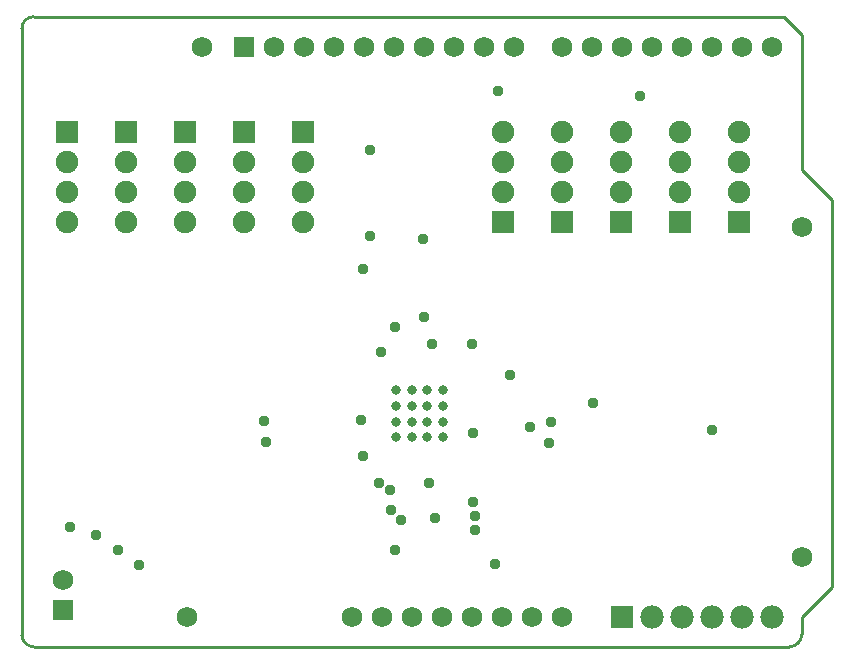
<source format=gbs>
G04 Layer_Color=8150272*
%FSLAX25Y25*%
%MOIN*%
G70*
G01*
G75*
%ADD22C,0.01000*%
%ADD48R,0.06902X0.06902*%
%ADD49C,0.06902*%
%ADD50C,0.07493*%
%ADD51R,0.07493X0.07493*%
%ADD52C,0.06800*%
%ADD53C,0.07800*%
%ADD54R,0.07800X0.07800*%
%ADD55R,0.06902X0.06902*%
%ADD56C,0.03753*%
%ADD57C,0.03300*%
D22*
X752600Y1168900D02*
G03*
X748663Y1164963I0J-3937D01*
G01*
Y962837D02*
G03*
X752600Y958900I3937J0D01*
G01*
X1004523D02*
G03*
X1008663Y963040I0J4140D01*
G01*
X748663Y962837D02*
Y1164963D01*
X752600Y958900D02*
X1004523D01*
X752600Y1168900D02*
X1002682D01*
Y1168882D02*
X1008663Y1162900D01*
X1018663Y978900D02*
Y1106600D01*
Y1107900D01*
X1008663Y1117900D02*
Y1162900D01*
Y1117900D02*
X1018663Y1107900D01*
X1008663Y968900D02*
X1018663Y978900D01*
X1008663Y963040D02*
Y968900D01*
D48*
X762500Y971000D02*
D03*
D49*
Y981000D02*
D03*
X832663Y1158900D02*
D03*
X842663D02*
D03*
X852663D02*
D03*
X862663D02*
D03*
X872663D02*
D03*
X882663D02*
D03*
X892663D02*
D03*
X902663D02*
D03*
X912663D02*
D03*
D50*
X842520Y1100500D02*
D03*
Y1110500D02*
D03*
Y1120500D02*
D03*
X822835Y1100500D02*
D03*
Y1110500D02*
D03*
Y1120500D02*
D03*
X803150Y1100500D02*
D03*
Y1110500D02*
D03*
Y1120500D02*
D03*
X783465Y1100500D02*
D03*
Y1110500D02*
D03*
Y1120500D02*
D03*
X763780Y1100500D02*
D03*
Y1110500D02*
D03*
Y1120500D02*
D03*
X909055Y1130499D02*
D03*
Y1120499D02*
D03*
Y1110499D02*
D03*
X928740Y1130499D02*
D03*
Y1120499D02*
D03*
Y1110499D02*
D03*
X948425Y1130499D02*
D03*
Y1120499D02*
D03*
Y1110499D02*
D03*
X968110Y1130499D02*
D03*
Y1120499D02*
D03*
Y1110499D02*
D03*
X987795Y1130499D02*
D03*
Y1120499D02*
D03*
Y1110499D02*
D03*
D51*
X842520Y1130500D02*
D03*
X822835D02*
D03*
X803150D02*
D03*
X783465D02*
D03*
X763780D02*
D03*
X909055Y1100499D02*
D03*
X928740D02*
D03*
X948425D02*
D03*
X968110D02*
D03*
X987795D02*
D03*
D52*
X803700Y968900D02*
D03*
X1008700Y988900D02*
D03*
Y1098900D02*
D03*
X808700Y1158900D02*
D03*
X908663Y968900D02*
D03*
X928663D02*
D03*
X918663D02*
D03*
X898663D02*
D03*
X888663D02*
D03*
X868663D02*
D03*
X878663D02*
D03*
X858663D02*
D03*
X948663Y1158900D02*
D03*
X928663D02*
D03*
X938663D02*
D03*
X958663D02*
D03*
X968663D02*
D03*
X988663D02*
D03*
X978663D02*
D03*
X998663D02*
D03*
D53*
X978663Y968900D02*
D03*
X998663D02*
D03*
X988663D02*
D03*
X968663D02*
D03*
X958663D02*
D03*
D54*
X948663D02*
D03*
D55*
X822663Y1158900D02*
D03*
D56*
X954724Y1142323D02*
D03*
X907382Y1143996D02*
D03*
X864764Y1124508D02*
D03*
Y1095768D02*
D03*
X862500Y1022441D02*
D03*
X867717Y1013386D02*
D03*
X871358Y1011122D02*
D03*
X886319Y1001772D02*
D03*
X899606Y997933D02*
D03*
X899705Y1002461D02*
D03*
X899213Y1007283D02*
D03*
X918209Y1031988D02*
D03*
X911220Y1049508D02*
D03*
X787795Y986220D02*
D03*
X906299Y986516D02*
D03*
X830128Y1027254D02*
D03*
X924311Y1026772D02*
D03*
X862402Y1084646D02*
D03*
X882382Y1094685D02*
D03*
X872933Y991043D02*
D03*
X875197Y1000984D02*
D03*
X871850Y1004331D02*
D03*
X780709Y991240D02*
D03*
X773327Y996063D02*
D03*
X764862Y998720D02*
D03*
X868406Y1057087D02*
D03*
X884252Y1013386D02*
D03*
X978642Y1031201D02*
D03*
X829429Y1034252D02*
D03*
X861811Y1034350D02*
D03*
X898917Y1030217D02*
D03*
X925098Y1033661D02*
D03*
X938976Y1040256D02*
D03*
X885279Y1059697D02*
D03*
X898622Y1059744D02*
D03*
X873032Y1065354D02*
D03*
X882663Y1068884D02*
D03*
D57*
X889075Y1028642D02*
D03*
X883827D02*
D03*
X878575D02*
D03*
X873327D02*
D03*
X889075Y1033890D02*
D03*
X883827D02*
D03*
X878575D02*
D03*
X873327Y1033891D02*
D03*
X889075Y1039142D02*
D03*
X883827D02*
D03*
X878575D02*
D03*
X873327Y1039140D02*
D03*
X889075Y1044390D02*
D03*
X883827D02*
D03*
X878575D02*
D03*
X873327D02*
D03*
M02*

</source>
